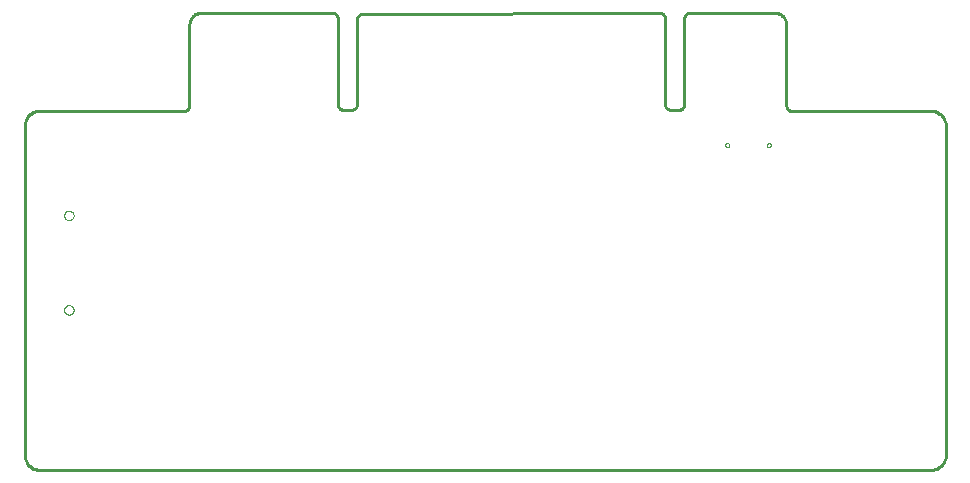
<source format=gm1>
G04 EAGLE Gerber RS-274X export*
G75*
%MOMM*%
%FSLAX34Y34*%
%LPD*%
%INBoard Outline*%
%IPPOS*%
%AMOC8*
5,1,8,0,0,1.08239X$1,22.5*%
G01*
%ADD10C,0.000000*%
%ADD11C,0.254000*%


D10*
X-20000Y281300D02*
X-20000Y2700D01*
X-19996Y2393D01*
X-19985Y2086D01*
X-19967Y1780D01*
X-19941Y1474D01*
X-19907Y1169D01*
X-19867Y865D01*
X-19819Y562D01*
X-19763Y260D01*
X-19701Y-40D01*
X-19631Y-339D01*
X-19554Y-636D01*
X-19470Y-932D01*
X-19378Y-1225D01*
X-19280Y-1515D01*
X-19175Y-1803D01*
X-19062Y-2089D01*
X-18943Y-2372D01*
X-18817Y-2652D01*
X-18685Y-2929D01*
X-18545Y-3202D01*
X-18399Y-3472D01*
X-18247Y-3738D01*
X-18088Y-4001D01*
X-17923Y-4260D01*
X-17752Y-4514D01*
X-17575Y-4765D01*
X-17391Y-5011D01*
X-17202Y-5253D01*
X-17007Y-5489D01*
X-16806Y-5722D01*
X-16600Y-5949D01*
X-16388Y-6171D01*
X-16171Y-6388D01*
X-15949Y-6600D01*
X-15722Y-6806D01*
X-15489Y-7007D01*
X-15253Y-7202D01*
X-15011Y-7391D01*
X-14765Y-7575D01*
X-14514Y-7752D01*
X-14260Y-7923D01*
X-14001Y-8088D01*
X-13738Y-8247D01*
X-13472Y-8399D01*
X-13202Y-8545D01*
X-12929Y-8685D01*
X-12652Y-8817D01*
X-12372Y-8943D01*
X-12089Y-9062D01*
X-11803Y-9175D01*
X-11515Y-9280D01*
X-11225Y-9378D01*
X-10932Y-9470D01*
X-10636Y-9554D01*
X-10339Y-9631D01*
X-10040Y-9701D01*
X-9740Y-9763D01*
X-9438Y-9819D01*
X-9135Y-9867D01*
X-8831Y-9907D01*
X-8526Y-9941D01*
X-8220Y-9967D01*
X-7914Y-9985D01*
X-7607Y-9996D01*
X-7300Y-10000D01*
X747300Y-10000D01*
X747607Y-9996D01*
X747914Y-9985D01*
X748220Y-9967D01*
X748526Y-9941D01*
X748831Y-9907D01*
X749135Y-9867D01*
X749438Y-9819D01*
X749740Y-9763D01*
X750040Y-9701D01*
X750339Y-9631D01*
X750636Y-9554D01*
X750932Y-9470D01*
X751225Y-9378D01*
X751515Y-9280D01*
X751803Y-9175D01*
X752089Y-9062D01*
X752372Y-8943D01*
X752652Y-8817D01*
X752929Y-8685D01*
X753202Y-8545D01*
X753472Y-8399D01*
X753738Y-8247D01*
X754001Y-8088D01*
X754260Y-7923D01*
X754514Y-7752D01*
X754765Y-7575D01*
X755011Y-7391D01*
X755253Y-7202D01*
X755489Y-7007D01*
X755722Y-6806D01*
X755949Y-6600D01*
X756171Y-6388D01*
X756388Y-6171D01*
X756600Y-5949D01*
X756806Y-5722D01*
X757007Y-5489D01*
X757202Y-5253D01*
X757391Y-5011D01*
X757575Y-4765D01*
X757752Y-4514D01*
X757923Y-4260D01*
X758088Y-4001D01*
X758247Y-3738D01*
X758399Y-3472D01*
X758545Y-3202D01*
X758685Y-2929D01*
X758817Y-2652D01*
X758943Y-2372D01*
X759062Y-2089D01*
X759175Y-1803D01*
X759280Y-1515D01*
X759378Y-1225D01*
X759470Y-932D01*
X759554Y-636D01*
X759631Y-339D01*
X759701Y-40D01*
X759763Y260D01*
X759819Y562D01*
X759867Y865D01*
X759907Y1169D01*
X759941Y1474D01*
X759967Y1780D01*
X759985Y2086D01*
X759996Y2393D01*
X760000Y2700D01*
X760000Y281300D01*
X759996Y281607D01*
X759985Y281914D01*
X759967Y282220D01*
X759941Y282526D01*
X759907Y282831D01*
X759867Y283135D01*
X759819Y283438D01*
X759763Y283740D01*
X759701Y284040D01*
X759631Y284339D01*
X759554Y284636D01*
X759470Y284932D01*
X759378Y285225D01*
X759280Y285515D01*
X759175Y285803D01*
X759062Y286089D01*
X758943Y286372D01*
X758817Y286652D01*
X758685Y286929D01*
X758545Y287202D01*
X758399Y287472D01*
X758247Y287738D01*
X758088Y288001D01*
X757923Y288260D01*
X757752Y288514D01*
X757575Y288765D01*
X757391Y289011D01*
X757202Y289253D01*
X757007Y289489D01*
X756806Y289722D01*
X756600Y289949D01*
X756388Y290171D01*
X756171Y290388D01*
X755949Y290600D01*
X755722Y290806D01*
X755489Y291007D01*
X755253Y291202D01*
X755011Y291391D01*
X754765Y291575D01*
X754514Y291752D01*
X754260Y291923D01*
X754001Y292088D01*
X753738Y292247D01*
X753472Y292399D01*
X753202Y292545D01*
X752929Y292685D01*
X752652Y292817D01*
X752372Y292943D01*
X752089Y293062D01*
X751803Y293175D01*
X751515Y293280D01*
X751225Y293378D01*
X750932Y293470D01*
X750636Y293554D01*
X750339Y293631D01*
X750040Y293701D01*
X749740Y293763D01*
X749438Y293819D01*
X749135Y293867D01*
X748831Y293907D01*
X748526Y293941D01*
X748220Y293967D01*
X747914Y293985D01*
X747607Y293996D01*
X747300Y294000D01*
X629500Y294000D01*
X629367Y294002D01*
X629233Y294008D01*
X629100Y294018D01*
X628968Y294032D01*
X628836Y294049D01*
X628704Y294071D01*
X628573Y294096D01*
X628443Y294126D01*
X628314Y294159D01*
X628186Y294196D01*
X628059Y294237D01*
X627933Y294282D01*
X627809Y294330D01*
X627686Y294382D01*
X627565Y294437D01*
X627445Y294497D01*
X627327Y294559D01*
X627212Y294625D01*
X627098Y294695D01*
X626986Y294768D01*
X626877Y294844D01*
X626769Y294923D01*
X626665Y295006D01*
X626562Y295091D01*
X626463Y295180D01*
X626366Y295271D01*
X626271Y295366D01*
X626180Y295463D01*
X626091Y295562D01*
X626006Y295665D01*
X625923Y295769D01*
X625844Y295877D01*
X625768Y295986D01*
X625695Y296098D01*
X625625Y296212D01*
X625559Y296327D01*
X625497Y296445D01*
X625437Y296565D01*
X625382Y296686D01*
X625330Y296809D01*
X625282Y296933D01*
X625237Y297059D01*
X625196Y297186D01*
X625159Y297314D01*
X625126Y297443D01*
X625096Y297573D01*
X625071Y297704D01*
X625049Y297836D01*
X625032Y297968D01*
X625018Y298100D01*
X625008Y298233D01*
X625002Y298367D01*
X625000Y298500D01*
X625000Y367000D01*
X624997Y367242D01*
X624988Y367483D01*
X624974Y367724D01*
X624953Y367965D01*
X624927Y368205D01*
X624895Y368445D01*
X624857Y368684D01*
X624814Y368921D01*
X624764Y369158D01*
X624709Y369393D01*
X624649Y369627D01*
X624582Y369859D01*
X624511Y370090D01*
X624433Y370319D01*
X624350Y370546D01*
X624262Y370771D01*
X624168Y370994D01*
X624069Y371214D01*
X623964Y371432D01*
X623855Y371647D01*
X623740Y371860D01*
X623620Y372070D01*
X623495Y372276D01*
X623365Y372480D01*
X623230Y372681D01*
X623090Y372878D01*
X622946Y373072D01*
X622797Y373262D01*
X622643Y373448D01*
X622485Y373631D01*
X622323Y373810D01*
X622156Y373985D01*
X621985Y374156D01*
X621810Y374323D01*
X621631Y374485D01*
X621448Y374643D01*
X621262Y374797D01*
X621072Y374946D01*
X620878Y375090D01*
X620681Y375230D01*
X620480Y375365D01*
X620276Y375495D01*
X620070Y375620D01*
X619860Y375740D01*
X619647Y375855D01*
X619432Y375964D01*
X619214Y376069D01*
X618994Y376168D01*
X618771Y376262D01*
X618546Y376350D01*
X618319Y376433D01*
X618090Y376511D01*
X617859Y376582D01*
X617627Y376649D01*
X617393Y376709D01*
X617158Y376764D01*
X616921Y376814D01*
X616684Y376857D01*
X616445Y376895D01*
X616205Y376927D01*
X615965Y376953D01*
X615724Y376974D01*
X615483Y376988D01*
X615242Y376997D01*
X615000Y377000D01*
X543100Y377000D01*
X542967Y376998D01*
X542833Y376992D01*
X542700Y376982D01*
X542568Y376968D01*
X542436Y376951D01*
X542304Y376929D01*
X542173Y376904D01*
X542043Y376874D01*
X541914Y376841D01*
X541786Y376804D01*
X541659Y376763D01*
X541533Y376718D01*
X541409Y376670D01*
X541286Y376618D01*
X541165Y376563D01*
X541045Y376503D01*
X540927Y376441D01*
X540812Y376375D01*
X540698Y376305D01*
X540586Y376232D01*
X540477Y376156D01*
X540369Y376077D01*
X540265Y375994D01*
X540162Y375909D01*
X540063Y375820D01*
X539966Y375729D01*
X539871Y375634D01*
X539780Y375537D01*
X539691Y375438D01*
X539606Y375335D01*
X539523Y375231D01*
X539444Y375123D01*
X539368Y375014D01*
X539295Y374902D01*
X539225Y374788D01*
X539159Y374673D01*
X539097Y374555D01*
X539037Y374435D01*
X538982Y374314D01*
X538930Y374191D01*
X538882Y374067D01*
X538837Y373941D01*
X538796Y373814D01*
X538759Y373686D01*
X538726Y373557D01*
X538696Y373427D01*
X538671Y373296D01*
X538649Y373164D01*
X538632Y373032D01*
X538618Y372900D01*
X538608Y372767D01*
X538602Y372633D01*
X538600Y372500D01*
X538600Y299500D01*
X538598Y299367D01*
X538592Y299233D01*
X538582Y299100D01*
X538568Y298968D01*
X538551Y298836D01*
X538529Y298704D01*
X538504Y298573D01*
X538474Y298443D01*
X538441Y298314D01*
X538404Y298186D01*
X538363Y298059D01*
X538318Y297933D01*
X538270Y297809D01*
X538218Y297686D01*
X538163Y297565D01*
X538103Y297445D01*
X538041Y297327D01*
X537975Y297212D01*
X537905Y297098D01*
X537832Y296986D01*
X537756Y296877D01*
X537677Y296769D01*
X537594Y296665D01*
X537509Y296562D01*
X537420Y296463D01*
X537329Y296366D01*
X537234Y296271D01*
X537137Y296180D01*
X537038Y296091D01*
X536935Y296006D01*
X536831Y295923D01*
X536723Y295844D01*
X536614Y295768D01*
X536502Y295695D01*
X536388Y295625D01*
X536273Y295559D01*
X536155Y295497D01*
X536035Y295437D01*
X535914Y295382D01*
X535791Y295330D01*
X535667Y295282D01*
X535541Y295237D01*
X535414Y295196D01*
X535286Y295159D01*
X535157Y295126D01*
X535027Y295096D01*
X534896Y295071D01*
X534764Y295049D01*
X534632Y295032D01*
X534500Y295018D01*
X534367Y295008D01*
X534233Y295002D01*
X534100Y295000D01*
X526700Y295000D01*
X526567Y295002D01*
X526433Y295008D01*
X526300Y295018D01*
X526168Y295032D01*
X526036Y295049D01*
X525904Y295071D01*
X525773Y295096D01*
X525643Y295126D01*
X525514Y295159D01*
X525386Y295196D01*
X525259Y295237D01*
X525133Y295282D01*
X525009Y295330D01*
X524886Y295382D01*
X524765Y295437D01*
X524645Y295497D01*
X524527Y295559D01*
X524412Y295625D01*
X524298Y295695D01*
X524186Y295768D01*
X524077Y295844D01*
X523969Y295923D01*
X523865Y296006D01*
X523762Y296091D01*
X523663Y296180D01*
X523566Y296271D01*
X523471Y296366D01*
X523380Y296463D01*
X523291Y296562D01*
X523206Y296665D01*
X523123Y296769D01*
X523044Y296877D01*
X522968Y296986D01*
X522895Y297098D01*
X522825Y297212D01*
X522759Y297327D01*
X522697Y297445D01*
X522637Y297565D01*
X522582Y297686D01*
X522530Y297809D01*
X522482Y297933D01*
X522437Y298059D01*
X522396Y298186D01*
X522359Y298314D01*
X522326Y298443D01*
X522296Y298573D01*
X522271Y298704D01*
X522249Y298836D01*
X522232Y298968D01*
X522218Y299100D01*
X522208Y299233D01*
X522202Y299367D01*
X522200Y299500D01*
X522200Y372495D01*
X522198Y372629D01*
X522192Y372762D01*
X522182Y372896D01*
X522168Y373029D01*
X522150Y373161D01*
X522129Y373293D01*
X522103Y373424D01*
X522073Y373555D01*
X522040Y373684D01*
X522003Y373812D01*
X521962Y373940D01*
X521917Y374066D01*
X521868Y374190D01*
X521816Y374313D01*
X521760Y374435D01*
X521701Y374555D01*
X521638Y374672D01*
X521572Y374788D01*
X521502Y374902D01*
X521429Y375014D01*
X521352Y375124D01*
X521272Y375231D01*
X521190Y375336D01*
X521104Y375439D01*
X521015Y375538D01*
X520923Y375636D01*
X520828Y375730D01*
X520731Y375821D01*
X520630Y375910D01*
X520528Y375996D01*
X520422Y376078D01*
X520315Y376157D01*
X520205Y376233D01*
X520093Y376306D01*
X519978Y376376D01*
X519862Y376442D01*
X519744Y376504D01*
X519624Y376563D01*
X519502Y376618D01*
X519379Y376670D01*
X519254Y376718D01*
X519128Y376762D01*
X519001Y376803D01*
X518872Y376840D01*
X518743Y376873D01*
X518612Y376902D01*
X518481Y376927D01*
X518349Y376948D01*
X518216Y376965D01*
X518083Y376979D01*
X517950Y376988D01*
X517816Y376993D01*
X517683Y376995D01*
X265883Y376017D01*
X265882Y376017D02*
X265749Y376014D01*
X265617Y376008D01*
X265484Y375998D01*
X265352Y375983D01*
X265220Y375965D01*
X265089Y375943D01*
X264958Y375917D01*
X264829Y375888D01*
X264700Y375854D01*
X264572Y375817D01*
X264446Y375776D01*
X264320Y375731D01*
X264197Y375682D01*
X264074Y375630D01*
X263953Y375574D01*
X263834Y375515D01*
X263717Y375452D01*
X263602Y375386D01*
X263488Y375316D01*
X263377Y375243D01*
X263268Y375167D01*
X263161Y375088D01*
X263057Y375005D01*
X262955Y374920D01*
X262856Y374831D01*
X262759Y374740D01*
X262665Y374645D01*
X262574Y374548D01*
X262486Y374449D01*
X262401Y374347D01*
X262319Y374242D01*
X262240Y374135D01*
X262164Y374025D01*
X262091Y373914D01*
X262022Y373800D01*
X261956Y373685D01*
X261894Y373567D01*
X261835Y373448D01*
X261780Y373327D01*
X261728Y373204D01*
X261680Y373080D01*
X261636Y372955D01*
X261595Y372828D01*
X261558Y372700D01*
X261525Y372571D01*
X261496Y372442D01*
X261471Y372311D01*
X261449Y372180D01*
X261431Y372048D01*
X261418Y371916D01*
X261408Y371783D01*
X261402Y371650D01*
X261400Y371517D01*
X261400Y299500D01*
X261398Y299367D01*
X261392Y299233D01*
X261382Y299100D01*
X261368Y298968D01*
X261351Y298836D01*
X261329Y298704D01*
X261304Y298573D01*
X261274Y298443D01*
X261241Y298314D01*
X261204Y298186D01*
X261163Y298059D01*
X261118Y297933D01*
X261070Y297809D01*
X261018Y297686D01*
X260963Y297565D01*
X260903Y297445D01*
X260841Y297327D01*
X260775Y297212D01*
X260705Y297098D01*
X260632Y296986D01*
X260556Y296877D01*
X260477Y296769D01*
X260394Y296665D01*
X260309Y296562D01*
X260220Y296463D01*
X260129Y296366D01*
X260034Y296271D01*
X259937Y296180D01*
X259838Y296091D01*
X259735Y296006D01*
X259631Y295923D01*
X259523Y295844D01*
X259414Y295768D01*
X259302Y295695D01*
X259188Y295625D01*
X259073Y295559D01*
X258955Y295497D01*
X258835Y295437D01*
X258714Y295382D01*
X258591Y295330D01*
X258467Y295282D01*
X258341Y295237D01*
X258214Y295196D01*
X258086Y295159D01*
X257957Y295126D01*
X257827Y295096D01*
X257696Y295071D01*
X257564Y295049D01*
X257432Y295032D01*
X257300Y295018D01*
X257167Y295008D01*
X257033Y295002D01*
X256900Y295000D01*
X249500Y295000D01*
X249367Y295002D01*
X249233Y295008D01*
X249100Y295018D01*
X248968Y295032D01*
X248836Y295049D01*
X248704Y295071D01*
X248573Y295096D01*
X248443Y295126D01*
X248314Y295159D01*
X248186Y295196D01*
X248059Y295237D01*
X247933Y295282D01*
X247809Y295330D01*
X247686Y295382D01*
X247565Y295437D01*
X247445Y295497D01*
X247327Y295559D01*
X247212Y295625D01*
X247098Y295695D01*
X246986Y295768D01*
X246877Y295844D01*
X246769Y295923D01*
X246665Y296006D01*
X246562Y296091D01*
X246463Y296180D01*
X246366Y296271D01*
X246271Y296366D01*
X246180Y296463D01*
X246091Y296562D01*
X246006Y296665D01*
X245923Y296769D01*
X245844Y296877D01*
X245768Y296986D01*
X245695Y297098D01*
X245625Y297212D01*
X245559Y297327D01*
X245497Y297445D01*
X245437Y297565D01*
X245382Y297686D01*
X245330Y297809D01*
X245282Y297933D01*
X245237Y298059D01*
X245196Y298186D01*
X245159Y298314D01*
X245126Y298443D01*
X245096Y298573D01*
X245071Y298704D01*
X245049Y298836D01*
X245032Y298968D01*
X245018Y299100D01*
X245008Y299233D01*
X245002Y299367D01*
X245000Y299500D01*
X245000Y372500D01*
X244998Y372633D01*
X244992Y372767D01*
X244982Y372900D01*
X244968Y373032D01*
X244951Y373164D01*
X244929Y373296D01*
X244904Y373427D01*
X244874Y373557D01*
X244841Y373686D01*
X244804Y373814D01*
X244763Y373941D01*
X244718Y374067D01*
X244670Y374191D01*
X244618Y374314D01*
X244563Y374435D01*
X244503Y374555D01*
X244441Y374673D01*
X244375Y374788D01*
X244305Y374902D01*
X244232Y375014D01*
X244156Y375123D01*
X244077Y375231D01*
X243994Y375335D01*
X243909Y375438D01*
X243820Y375537D01*
X243729Y375634D01*
X243634Y375729D01*
X243537Y375820D01*
X243438Y375909D01*
X243335Y375994D01*
X243231Y376077D01*
X243123Y376156D01*
X243014Y376232D01*
X242902Y376305D01*
X242788Y376375D01*
X242673Y376441D01*
X242555Y376503D01*
X242435Y376563D01*
X242314Y376618D01*
X242191Y376670D01*
X242067Y376718D01*
X241941Y376763D01*
X241814Y376804D01*
X241686Y376841D01*
X241557Y376874D01*
X241427Y376904D01*
X241296Y376929D01*
X241164Y376951D01*
X241032Y376968D01*
X240900Y376982D01*
X240767Y376992D01*
X240633Y376998D01*
X240500Y377000D01*
X129500Y377000D01*
X129258Y376997D01*
X129017Y376988D01*
X128776Y376974D01*
X128535Y376953D01*
X128295Y376927D01*
X128055Y376895D01*
X127816Y376857D01*
X127579Y376814D01*
X127342Y376764D01*
X127107Y376709D01*
X126873Y376649D01*
X126641Y376582D01*
X126410Y376511D01*
X126181Y376433D01*
X125954Y376350D01*
X125729Y376262D01*
X125506Y376168D01*
X125286Y376069D01*
X125068Y375964D01*
X124853Y375855D01*
X124640Y375740D01*
X124430Y375620D01*
X124224Y375495D01*
X124020Y375365D01*
X123819Y375230D01*
X123622Y375090D01*
X123428Y374946D01*
X123238Y374797D01*
X123052Y374643D01*
X122869Y374485D01*
X122690Y374323D01*
X122515Y374156D01*
X122344Y373985D01*
X122177Y373810D01*
X122015Y373631D01*
X121857Y373448D01*
X121703Y373262D01*
X121554Y373072D01*
X121410Y372878D01*
X121270Y372681D01*
X121135Y372480D01*
X121005Y372276D01*
X120880Y372070D01*
X120760Y371860D01*
X120645Y371647D01*
X120536Y371432D01*
X120431Y371214D01*
X120332Y370994D01*
X120238Y370771D01*
X120150Y370546D01*
X120067Y370319D01*
X119989Y370090D01*
X119918Y369859D01*
X119851Y369627D01*
X119791Y369393D01*
X119736Y369158D01*
X119686Y368921D01*
X119643Y368684D01*
X119605Y368445D01*
X119573Y368205D01*
X119547Y367965D01*
X119526Y367724D01*
X119512Y367483D01*
X119503Y367242D01*
X119500Y367000D01*
X119500Y298500D01*
X119498Y298367D01*
X119492Y298233D01*
X119482Y298100D01*
X119468Y297968D01*
X119451Y297836D01*
X119429Y297704D01*
X119404Y297573D01*
X119374Y297443D01*
X119341Y297314D01*
X119304Y297186D01*
X119263Y297059D01*
X119218Y296933D01*
X119170Y296809D01*
X119118Y296686D01*
X119063Y296565D01*
X119003Y296445D01*
X118941Y296327D01*
X118875Y296212D01*
X118805Y296098D01*
X118732Y295986D01*
X118656Y295877D01*
X118577Y295769D01*
X118494Y295665D01*
X118409Y295562D01*
X118320Y295463D01*
X118229Y295366D01*
X118134Y295271D01*
X118037Y295180D01*
X117938Y295091D01*
X117835Y295006D01*
X117731Y294923D01*
X117623Y294844D01*
X117514Y294768D01*
X117402Y294695D01*
X117288Y294625D01*
X117173Y294559D01*
X117055Y294497D01*
X116935Y294437D01*
X116814Y294382D01*
X116691Y294330D01*
X116567Y294282D01*
X116441Y294237D01*
X116314Y294196D01*
X116186Y294159D01*
X116057Y294126D01*
X115927Y294096D01*
X115796Y294071D01*
X115664Y294049D01*
X115532Y294032D01*
X115400Y294018D01*
X115267Y294008D01*
X115133Y294002D01*
X115000Y294000D01*
X-7300Y294000D01*
X-7607Y293996D01*
X-7914Y293985D01*
X-8220Y293967D01*
X-8526Y293941D01*
X-8831Y293907D01*
X-9135Y293867D01*
X-9438Y293819D01*
X-9740Y293763D01*
X-10040Y293701D01*
X-10339Y293631D01*
X-10636Y293554D01*
X-10932Y293470D01*
X-11225Y293378D01*
X-11515Y293280D01*
X-11803Y293175D01*
X-12089Y293062D01*
X-12372Y292943D01*
X-12652Y292817D01*
X-12929Y292685D01*
X-13202Y292545D01*
X-13472Y292399D01*
X-13738Y292247D01*
X-14001Y292088D01*
X-14260Y291923D01*
X-14514Y291752D01*
X-14765Y291575D01*
X-15011Y291391D01*
X-15253Y291202D01*
X-15489Y291007D01*
X-15722Y290806D01*
X-15949Y290600D01*
X-16171Y290388D01*
X-16388Y290171D01*
X-16600Y289949D01*
X-16806Y289722D01*
X-17007Y289489D01*
X-17202Y289253D01*
X-17391Y289011D01*
X-17575Y288765D01*
X-17752Y288514D01*
X-17923Y288260D01*
X-18088Y288001D01*
X-18247Y287738D01*
X-18399Y287472D01*
X-18545Y287202D01*
X-18685Y286929D01*
X-18817Y286652D01*
X-18943Y286372D01*
X-19062Y286089D01*
X-19175Y285803D01*
X-19280Y285515D01*
X-19378Y285225D01*
X-19470Y284932D01*
X-19554Y284636D01*
X-19631Y284339D01*
X-19701Y284040D01*
X-19763Y283740D01*
X-19819Y283438D01*
X-19867Y283135D01*
X-19907Y282831D01*
X-19941Y282526D01*
X-19967Y282220D01*
X-19985Y281914D01*
X-19996Y281607D01*
X-20000Y281300D01*
X573250Y265000D02*
X573252Y265083D01*
X573258Y265166D01*
X573268Y265249D01*
X573282Y265331D01*
X573299Y265413D01*
X573321Y265493D01*
X573346Y265572D01*
X573375Y265650D01*
X573408Y265727D01*
X573445Y265802D01*
X573484Y265875D01*
X573528Y265946D01*
X573574Y266015D01*
X573624Y266082D01*
X573677Y266146D01*
X573733Y266208D01*
X573792Y266267D01*
X573854Y266323D01*
X573918Y266376D01*
X573985Y266426D01*
X574054Y266472D01*
X574125Y266516D01*
X574198Y266555D01*
X574273Y266592D01*
X574350Y266625D01*
X574428Y266654D01*
X574507Y266679D01*
X574587Y266701D01*
X574669Y266718D01*
X574751Y266732D01*
X574834Y266742D01*
X574917Y266748D01*
X575000Y266750D01*
X575083Y266748D01*
X575166Y266742D01*
X575249Y266732D01*
X575331Y266718D01*
X575413Y266701D01*
X575493Y266679D01*
X575572Y266654D01*
X575650Y266625D01*
X575727Y266592D01*
X575802Y266555D01*
X575875Y266516D01*
X575946Y266472D01*
X576015Y266426D01*
X576082Y266376D01*
X576146Y266323D01*
X576208Y266267D01*
X576267Y266208D01*
X576323Y266146D01*
X576376Y266082D01*
X576426Y266015D01*
X576472Y265946D01*
X576516Y265875D01*
X576555Y265802D01*
X576592Y265727D01*
X576625Y265650D01*
X576654Y265572D01*
X576679Y265493D01*
X576701Y265413D01*
X576718Y265331D01*
X576732Y265249D01*
X576742Y265166D01*
X576748Y265083D01*
X576750Y265000D01*
X576748Y264917D01*
X576742Y264834D01*
X576732Y264751D01*
X576718Y264669D01*
X576701Y264587D01*
X576679Y264507D01*
X576654Y264428D01*
X576625Y264350D01*
X576592Y264273D01*
X576555Y264198D01*
X576516Y264125D01*
X576472Y264054D01*
X576426Y263985D01*
X576376Y263918D01*
X576323Y263854D01*
X576267Y263792D01*
X576208Y263733D01*
X576146Y263677D01*
X576082Y263624D01*
X576015Y263574D01*
X575946Y263528D01*
X575875Y263484D01*
X575802Y263445D01*
X575727Y263408D01*
X575650Y263375D01*
X575572Y263346D01*
X575493Y263321D01*
X575413Y263299D01*
X575331Y263282D01*
X575249Y263268D01*
X575166Y263258D01*
X575083Y263252D01*
X575000Y263250D01*
X574917Y263252D01*
X574834Y263258D01*
X574751Y263268D01*
X574669Y263282D01*
X574587Y263299D01*
X574507Y263321D01*
X574428Y263346D01*
X574350Y263375D01*
X574273Y263408D01*
X574198Y263445D01*
X574125Y263484D01*
X574054Y263528D01*
X573985Y263574D01*
X573918Y263624D01*
X573854Y263677D01*
X573792Y263733D01*
X573733Y263792D01*
X573677Y263854D01*
X573624Y263918D01*
X573574Y263985D01*
X573528Y264054D01*
X573484Y264125D01*
X573445Y264198D01*
X573408Y264273D01*
X573375Y264350D01*
X573346Y264428D01*
X573321Y264507D01*
X573299Y264587D01*
X573282Y264669D01*
X573268Y264751D01*
X573258Y264834D01*
X573252Y264917D01*
X573250Y265000D01*
X608250Y265000D02*
X608252Y265083D01*
X608258Y265166D01*
X608268Y265249D01*
X608282Y265331D01*
X608299Y265413D01*
X608321Y265493D01*
X608346Y265572D01*
X608375Y265650D01*
X608408Y265727D01*
X608445Y265802D01*
X608484Y265875D01*
X608528Y265946D01*
X608574Y266015D01*
X608624Y266082D01*
X608677Y266146D01*
X608733Y266208D01*
X608792Y266267D01*
X608854Y266323D01*
X608918Y266376D01*
X608985Y266426D01*
X609054Y266472D01*
X609125Y266516D01*
X609198Y266555D01*
X609273Y266592D01*
X609350Y266625D01*
X609428Y266654D01*
X609507Y266679D01*
X609587Y266701D01*
X609669Y266718D01*
X609751Y266732D01*
X609834Y266742D01*
X609917Y266748D01*
X610000Y266750D01*
X610083Y266748D01*
X610166Y266742D01*
X610249Y266732D01*
X610331Y266718D01*
X610413Y266701D01*
X610493Y266679D01*
X610572Y266654D01*
X610650Y266625D01*
X610727Y266592D01*
X610802Y266555D01*
X610875Y266516D01*
X610946Y266472D01*
X611015Y266426D01*
X611082Y266376D01*
X611146Y266323D01*
X611208Y266267D01*
X611267Y266208D01*
X611323Y266146D01*
X611376Y266082D01*
X611426Y266015D01*
X611472Y265946D01*
X611516Y265875D01*
X611555Y265802D01*
X611592Y265727D01*
X611625Y265650D01*
X611654Y265572D01*
X611679Y265493D01*
X611701Y265413D01*
X611718Y265331D01*
X611732Y265249D01*
X611742Y265166D01*
X611748Y265083D01*
X611750Y265000D01*
X611748Y264917D01*
X611742Y264834D01*
X611732Y264751D01*
X611718Y264669D01*
X611701Y264587D01*
X611679Y264507D01*
X611654Y264428D01*
X611625Y264350D01*
X611592Y264273D01*
X611555Y264198D01*
X611516Y264125D01*
X611472Y264054D01*
X611426Y263985D01*
X611376Y263918D01*
X611323Y263854D01*
X611267Y263792D01*
X611208Y263733D01*
X611146Y263677D01*
X611082Y263624D01*
X611015Y263574D01*
X610946Y263528D01*
X610875Y263484D01*
X610802Y263445D01*
X610727Y263408D01*
X610650Y263375D01*
X610572Y263346D01*
X610493Y263321D01*
X610413Y263299D01*
X610331Y263282D01*
X610249Y263268D01*
X610166Y263258D01*
X610083Y263252D01*
X610000Y263250D01*
X609917Y263252D01*
X609834Y263258D01*
X609751Y263268D01*
X609669Y263282D01*
X609587Y263299D01*
X609507Y263321D01*
X609428Y263346D01*
X609350Y263375D01*
X609273Y263408D01*
X609198Y263445D01*
X609125Y263484D01*
X609054Y263528D01*
X608985Y263574D01*
X608918Y263624D01*
X608854Y263677D01*
X608792Y263733D01*
X608733Y263792D01*
X608677Y263854D01*
X608624Y263918D01*
X608574Y263985D01*
X608528Y264054D01*
X608484Y264125D01*
X608445Y264198D01*
X608408Y264273D01*
X608375Y264350D01*
X608346Y264428D01*
X608321Y264507D01*
X608299Y264587D01*
X608282Y264669D01*
X608268Y264751D01*
X608258Y264834D01*
X608252Y264917D01*
X608250Y265000D01*
X13500Y125500D02*
X13502Y125626D01*
X13508Y125752D01*
X13518Y125878D01*
X13532Y126004D01*
X13550Y126129D01*
X13572Y126253D01*
X13597Y126377D01*
X13627Y126500D01*
X13660Y126621D01*
X13698Y126742D01*
X13739Y126861D01*
X13784Y126980D01*
X13832Y127096D01*
X13884Y127211D01*
X13940Y127324D01*
X14000Y127436D01*
X14063Y127545D01*
X14129Y127653D01*
X14198Y127758D01*
X14271Y127861D01*
X14348Y127962D01*
X14427Y128060D01*
X14509Y128156D01*
X14595Y128249D01*
X14683Y128340D01*
X14774Y128427D01*
X14868Y128512D01*
X14964Y128593D01*
X15063Y128672D01*
X15164Y128747D01*
X15268Y128819D01*
X15374Y128888D01*
X15482Y128954D01*
X15592Y129016D01*
X15704Y129074D01*
X15817Y129129D01*
X15933Y129180D01*
X16050Y129228D01*
X16168Y129272D01*
X16288Y129312D01*
X16409Y129348D01*
X16531Y129381D01*
X16654Y129410D01*
X16778Y129434D01*
X16902Y129455D01*
X17027Y129472D01*
X17153Y129485D01*
X17279Y129494D01*
X17405Y129499D01*
X17532Y129500D01*
X17658Y129497D01*
X17784Y129490D01*
X17910Y129479D01*
X18035Y129464D01*
X18160Y129445D01*
X18284Y129422D01*
X18408Y129396D01*
X18530Y129365D01*
X18652Y129331D01*
X18772Y129292D01*
X18891Y129250D01*
X19009Y129205D01*
X19125Y129155D01*
X19240Y129102D01*
X19352Y129045D01*
X19463Y128985D01*
X19572Y128921D01*
X19679Y128854D01*
X19784Y128784D01*
X19887Y128710D01*
X19987Y128633D01*
X20085Y128553D01*
X20180Y128470D01*
X20272Y128384D01*
X20362Y128295D01*
X20449Y128203D01*
X20532Y128109D01*
X20613Y128012D01*
X20691Y127912D01*
X20766Y127810D01*
X20837Y127706D01*
X20905Y127599D01*
X20969Y127491D01*
X21030Y127380D01*
X21088Y127268D01*
X21142Y127154D01*
X21192Y127038D01*
X21239Y126921D01*
X21282Y126802D01*
X21321Y126682D01*
X21357Y126561D01*
X21388Y126438D01*
X21416Y126315D01*
X21440Y126191D01*
X21460Y126066D01*
X21476Y125941D01*
X21488Y125815D01*
X21496Y125689D01*
X21500Y125563D01*
X21500Y125437D01*
X21496Y125311D01*
X21488Y125185D01*
X21476Y125059D01*
X21460Y124934D01*
X21440Y124809D01*
X21416Y124685D01*
X21388Y124562D01*
X21357Y124439D01*
X21321Y124318D01*
X21282Y124198D01*
X21239Y124079D01*
X21192Y123962D01*
X21142Y123846D01*
X21088Y123732D01*
X21030Y123620D01*
X20969Y123509D01*
X20905Y123401D01*
X20837Y123294D01*
X20766Y123190D01*
X20691Y123088D01*
X20613Y122988D01*
X20532Y122891D01*
X20449Y122797D01*
X20362Y122705D01*
X20272Y122616D01*
X20180Y122530D01*
X20085Y122447D01*
X19987Y122367D01*
X19887Y122290D01*
X19784Y122216D01*
X19679Y122146D01*
X19572Y122079D01*
X19463Y122015D01*
X19352Y121955D01*
X19240Y121898D01*
X19125Y121845D01*
X19009Y121795D01*
X18891Y121750D01*
X18772Y121708D01*
X18652Y121669D01*
X18530Y121635D01*
X18408Y121604D01*
X18284Y121578D01*
X18160Y121555D01*
X18035Y121536D01*
X17910Y121521D01*
X17784Y121510D01*
X17658Y121503D01*
X17532Y121500D01*
X17405Y121501D01*
X17279Y121506D01*
X17153Y121515D01*
X17027Y121528D01*
X16902Y121545D01*
X16778Y121566D01*
X16654Y121590D01*
X16531Y121619D01*
X16409Y121652D01*
X16288Y121688D01*
X16168Y121728D01*
X16050Y121772D01*
X15933Y121820D01*
X15817Y121871D01*
X15704Y121926D01*
X15592Y121984D01*
X15482Y122046D01*
X15374Y122112D01*
X15268Y122181D01*
X15164Y122253D01*
X15063Y122328D01*
X14964Y122407D01*
X14868Y122488D01*
X14774Y122573D01*
X14683Y122660D01*
X14595Y122751D01*
X14509Y122844D01*
X14427Y122940D01*
X14348Y123038D01*
X14271Y123139D01*
X14198Y123242D01*
X14129Y123347D01*
X14063Y123455D01*
X14000Y123564D01*
X13940Y123676D01*
X13884Y123789D01*
X13832Y123904D01*
X13784Y124020D01*
X13739Y124139D01*
X13698Y124258D01*
X13660Y124379D01*
X13627Y124500D01*
X13597Y124623D01*
X13572Y124747D01*
X13550Y124871D01*
X13532Y124996D01*
X13518Y125122D01*
X13508Y125248D01*
X13502Y125374D01*
X13500Y125500D01*
X13500Y205500D02*
X13502Y205626D01*
X13508Y205752D01*
X13518Y205878D01*
X13532Y206004D01*
X13550Y206129D01*
X13572Y206253D01*
X13597Y206377D01*
X13627Y206500D01*
X13660Y206621D01*
X13698Y206742D01*
X13739Y206861D01*
X13784Y206980D01*
X13832Y207096D01*
X13884Y207211D01*
X13940Y207324D01*
X14000Y207436D01*
X14063Y207545D01*
X14129Y207653D01*
X14198Y207758D01*
X14271Y207861D01*
X14348Y207962D01*
X14427Y208060D01*
X14509Y208156D01*
X14595Y208249D01*
X14683Y208340D01*
X14774Y208427D01*
X14868Y208512D01*
X14964Y208593D01*
X15063Y208672D01*
X15164Y208747D01*
X15268Y208819D01*
X15374Y208888D01*
X15482Y208954D01*
X15592Y209016D01*
X15704Y209074D01*
X15817Y209129D01*
X15933Y209180D01*
X16050Y209228D01*
X16168Y209272D01*
X16288Y209312D01*
X16409Y209348D01*
X16531Y209381D01*
X16654Y209410D01*
X16778Y209434D01*
X16902Y209455D01*
X17027Y209472D01*
X17153Y209485D01*
X17279Y209494D01*
X17405Y209499D01*
X17532Y209500D01*
X17658Y209497D01*
X17784Y209490D01*
X17910Y209479D01*
X18035Y209464D01*
X18160Y209445D01*
X18284Y209422D01*
X18408Y209396D01*
X18530Y209365D01*
X18652Y209331D01*
X18772Y209292D01*
X18891Y209250D01*
X19009Y209205D01*
X19125Y209155D01*
X19240Y209102D01*
X19352Y209045D01*
X19463Y208985D01*
X19572Y208921D01*
X19679Y208854D01*
X19784Y208784D01*
X19887Y208710D01*
X19987Y208633D01*
X20085Y208553D01*
X20180Y208470D01*
X20272Y208384D01*
X20362Y208295D01*
X20449Y208203D01*
X20532Y208109D01*
X20613Y208012D01*
X20691Y207912D01*
X20766Y207810D01*
X20837Y207706D01*
X20905Y207599D01*
X20969Y207491D01*
X21030Y207380D01*
X21088Y207268D01*
X21142Y207154D01*
X21192Y207038D01*
X21239Y206921D01*
X21282Y206802D01*
X21321Y206682D01*
X21357Y206561D01*
X21388Y206438D01*
X21416Y206315D01*
X21440Y206191D01*
X21460Y206066D01*
X21476Y205941D01*
X21488Y205815D01*
X21496Y205689D01*
X21500Y205563D01*
X21500Y205437D01*
X21496Y205311D01*
X21488Y205185D01*
X21476Y205059D01*
X21460Y204934D01*
X21440Y204809D01*
X21416Y204685D01*
X21388Y204562D01*
X21357Y204439D01*
X21321Y204318D01*
X21282Y204198D01*
X21239Y204079D01*
X21192Y203962D01*
X21142Y203846D01*
X21088Y203732D01*
X21030Y203620D01*
X20969Y203509D01*
X20905Y203401D01*
X20837Y203294D01*
X20766Y203190D01*
X20691Y203088D01*
X20613Y202988D01*
X20532Y202891D01*
X20449Y202797D01*
X20362Y202705D01*
X20272Y202616D01*
X20180Y202530D01*
X20085Y202447D01*
X19987Y202367D01*
X19887Y202290D01*
X19784Y202216D01*
X19679Y202146D01*
X19572Y202079D01*
X19463Y202015D01*
X19352Y201955D01*
X19240Y201898D01*
X19125Y201845D01*
X19009Y201795D01*
X18891Y201750D01*
X18772Y201708D01*
X18652Y201669D01*
X18530Y201635D01*
X18408Y201604D01*
X18284Y201578D01*
X18160Y201555D01*
X18035Y201536D01*
X17910Y201521D01*
X17784Y201510D01*
X17658Y201503D01*
X17532Y201500D01*
X17405Y201501D01*
X17279Y201506D01*
X17153Y201515D01*
X17027Y201528D01*
X16902Y201545D01*
X16778Y201566D01*
X16654Y201590D01*
X16531Y201619D01*
X16409Y201652D01*
X16288Y201688D01*
X16168Y201728D01*
X16050Y201772D01*
X15933Y201820D01*
X15817Y201871D01*
X15704Y201926D01*
X15592Y201984D01*
X15482Y202046D01*
X15374Y202112D01*
X15268Y202181D01*
X15164Y202253D01*
X15063Y202328D01*
X14964Y202407D01*
X14868Y202488D01*
X14774Y202573D01*
X14683Y202660D01*
X14595Y202751D01*
X14509Y202844D01*
X14427Y202940D01*
X14348Y203038D01*
X14271Y203139D01*
X14198Y203242D01*
X14129Y203347D01*
X14063Y203455D01*
X14000Y203564D01*
X13940Y203676D01*
X13884Y203789D01*
X13832Y203904D01*
X13784Y204020D01*
X13739Y204139D01*
X13698Y204258D01*
X13660Y204379D01*
X13627Y204500D01*
X13597Y204623D01*
X13572Y204747D01*
X13550Y204871D01*
X13532Y204996D01*
X13518Y205122D01*
X13508Y205248D01*
X13502Y205374D01*
X13500Y205500D01*
D11*
X-20000Y2700D02*
X-19952Y1593D01*
X-19807Y495D01*
X-19567Y-587D01*
X-19234Y-1644D01*
X-18810Y-2667D01*
X-18299Y-3650D01*
X-17703Y-4584D01*
X-17029Y-5463D01*
X-16280Y-6280D01*
X-15463Y-7029D01*
X-14584Y-7703D01*
X-13650Y-8299D01*
X-12667Y-8810D01*
X-11644Y-9234D01*
X-10587Y-9567D01*
X-9505Y-9807D01*
X-8407Y-9952D01*
X-7300Y-10000D01*
X747300Y-10000D01*
X748407Y-9952D01*
X749505Y-9807D01*
X750587Y-9567D01*
X751644Y-9234D01*
X752667Y-8810D01*
X753650Y-8299D01*
X754584Y-7703D01*
X755463Y-7029D01*
X756280Y-6280D01*
X757029Y-5463D01*
X757703Y-4584D01*
X758299Y-3650D01*
X758810Y-2667D01*
X759234Y-1644D01*
X759567Y-587D01*
X759807Y495D01*
X759952Y1593D01*
X760000Y2700D01*
X760000Y281300D01*
X759952Y282407D01*
X759807Y283505D01*
X759567Y284587D01*
X759234Y285644D01*
X758810Y286667D01*
X758299Y287650D01*
X757703Y288584D01*
X757029Y289463D01*
X756280Y290280D01*
X755463Y291029D01*
X754584Y291703D01*
X753650Y292299D01*
X752667Y292810D01*
X751644Y293234D01*
X750587Y293567D01*
X749505Y293807D01*
X748407Y293952D01*
X747300Y294000D01*
X629500Y294000D01*
X629108Y294017D01*
X628719Y294068D01*
X628335Y294153D01*
X627961Y294271D01*
X627598Y294422D01*
X627250Y294603D01*
X626919Y294814D01*
X626607Y295053D01*
X626318Y295318D01*
X626053Y295607D01*
X625814Y295919D01*
X625603Y296250D01*
X625422Y296598D01*
X625271Y296961D01*
X625153Y297335D01*
X625068Y297719D01*
X625017Y298108D01*
X625000Y298500D01*
X625000Y367000D01*
X624962Y367872D01*
X624848Y368736D01*
X624659Y369588D01*
X624397Y370420D01*
X624063Y371226D01*
X623660Y372000D01*
X623192Y372736D01*
X622660Y373428D01*
X622071Y374071D01*
X621428Y374660D01*
X620736Y375192D01*
X620000Y375660D01*
X619226Y376063D01*
X618420Y376397D01*
X617588Y376659D01*
X616736Y376848D01*
X615872Y376962D01*
X615000Y377000D01*
X543100Y377000D01*
X542708Y376983D01*
X542319Y376932D01*
X541935Y376847D01*
X541561Y376729D01*
X541198Y376578D01*
X540850Y376397D01*
X540519Y376186D01*
X540207Y375947D01*
X539918Y375682D01*
X539653Y375393D01*
X539414Y375081D01*
X539203Y374750D01*
X539022Y374402D01*
X538871Y374039D01*
X538753Y373665D01*
X538668Y373281D01*
X538617Y372892D01*
X538600Y372500D01*
X538600Y299500D01*
X538583Y299108D01*
X538532Y298719D01*
X538447Y298335D01*
X538329Y297961D01*
X538178Y297598D01*
X537997Y297250D01*
X537786Y296919D01*
X537547Y296607D01*
X537282Y296318D01*
X536993Y296053D01*
X536681Y295814D01*
X536350Y295603D01*
X536002Y295422D01*
X535639Y295271D01*
X535265Y295153D01*
X534881Y295068D01*
X534492Y295017D01*
X534100Y295000D01*
X526700Y295000D01*
X526308Y295017D01*
X525919Y295068D01*
X525535Y295153D01*
X525161Y295271D01*
X524798Y295422D01*
X524450Y295603D01*
X524119Y295814D01*
X523807Y296053D01*
X523518Y296318D01*
X523253Y296607D01*
X523014Y296919D01*
X522803Y297250D01*
X522622Y297598D01*
X522471Y297961D01*
X522353Y298335D01*
X522268Y298719D01*
X522217Y299108D01*
X522200Y299500D01*
X522200Y372495D01*
X522200Y372512D01*
X522181Y372904D01*
X522129Y373294D01*
X522042Y373676D01*
X521923Y374050D01*
X521771Y374412D01*
X521588Y374760D01*
X521376Y375090D01*
X521136Y375401D01*
X520870Y375689D01*
X520579Y375953D01*
X520267Y376191D01*
X519935Y376401D01*
X519586Y376581D01*
X519223Y376729D01*
X518848Y376846D01*
X518464Y376930D01*
X518075Y376979D01*
X517683Y376995D01*
X265883Y376017D01*
X265508Y376000D01*
X265119Y375949D01*
X264735Y375864D01*
X264361Y375746D01*
X263998Y375596D01*
X263650Y375415D01*
X263319Y375204D01*
X263008Y374965D01*
X262718Y374699D01*
X262453Y374410D01*
X262214Y374099D01*
X262003Y373767D01*
X261822Y373419D01*
X261671Y373057D01*
X261553Y372682D01*
X261468Y372299D01*
X261417Y371910D01*
X261400Y371517D01*
X261400Y299500D01*
X261383Y299108D01*
X261332Y298719D01*
X261247Y298335D01*
X261129Y297961D01*
X260978Y297598D01*
X260797Y297250D01*
X260586Y296919D01*
X260347Y296607D01*
X260082Y296318D01*
X259793Y296053D01*
X259481Y295814D01*
X259150Y295603D01*
X258802Y295422D01*
X258439Y295271D01*
X258065Y295153D01*
X257681Y295068D01*
X257292Y295017D01*
X256900Y295000D01*
X249500Y295000D01*
X249108Y295017D01*
X248719Y295068D01*
X248335Y295153D01*
X247961Y295271D01*
X247598Y295422D01*
X247250Y295603D01*
X246919Y295814D01*
X246607Y296053D01*
X246318Y296318D01*
X246053Y296607D01*
X245814Y296919D01*
X245603Y297250D01*
X245422Y297598D01*
X245271Y297961D01*
X245153Y298335D01*
X245068Y298719D01*
X245017Y299108D01*
X245000Y299500D01*
X245000Y372500D01*
X244983Y372892D01*
X244932Y373281D01*
X244847Y373665D01*
X244729Y374039D01*
X244578Y374402D01*
X244397Y374750D01*
X244186Y375081D01*
X243947Y375393D01*
X243682Y375682D01*
X243393Y375947D01*
X243081Y376186D01*
X242750Y376397D01*
X242402Y376578D01*
X242039Y376729D01*
X241665Y376847D01*
X241281Y376932D01*
X240892Y376983D01*
X240500Y377000D01*
X129500Y377000D01*
X128628Y376962D01*
X127764Y376848D01*
X126912Y376659D01*
X126080Y376397D01*
X125274Y376063D01*
X124500Y375660D01*
X123764Y375192D01*
X123072Y374660D01*
X122429Y374071D01*
X121840Y373428D01*
X121308Y372736D01*
X120840Y372000D01*
X120437Y371226D01*
X120103Y370420D01*
X119841Y369588D01*
X119652Y368736D01*
X119538Y367872D01*
X119500Y367000D01*
X119500Y298500D01*
X119483Y298108D01*
X119432Y297719D01*
X119347Y297335D01*
X119229Y296961D01*
X119078Y296598D01*
X118897Y296250D01*
X118686Y295919D01*
X118447Y295607D01*
X118182Y295318D01*
X117893Y295053D01*
X117581Y294814D01*
X117250Y294603D01*
X116902Y294422D01*
X116539Y294271D01*
X116165Y294153D01*
X115781Y294068D01*
X115392Y294017D01*
X115000Y294000D01*
X-7300Y294000D01*
X-8407Y293952D01*
X-9505Y293807D01*
X-10587Y293567D01*
X-11644Y293234D01*
X-12667Y292810D01*
X-13650Y292299D01*
X-14584Y291703D01*
X-15463Y291029D01*
X-16280Y290280D01*
X-17029Y289463D01*
X-17703Y288584D01*
X-18299Y287650D01*
X-18810Y286667D01*
X-19234Y285644D01*
X-19567Y284587D01*
X-19807Y283505D01*
X-19952Y282407D01*
X-20000Y281300D01*
X-20000Y2700D01*
M02*

</source>
